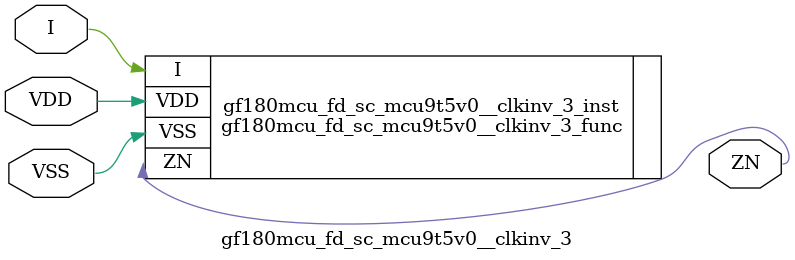
<source format=v>

module gf180mcu_fd_sc_mcu9t5v0__clkinv_3( I, ZN, VDD, VSS );
input I;
inout VDD, VSS;
output ZN;

   `ifdef FUNCTIONAL  //  functional //

	gf180mcu_fd_sc_mcu9t5v0__clkinv_3_func gf180mcu_fd_sc_mcu9t5v0__clkinv_3_behav_inst(.I(I),.ZN(ZN),.VDD(VDD),.VSS(VSS));

   `else

	gf180mcu_fd_sc_mcu9t5v0__clkinv_3_func gf180mcu_fd_sc_mcu9t5v0__clkinv_3_inst(.I(I),.ZN(ZN),.VDD(VDD),.VSS(VSS));

	// spec_gates_begin


	// spec_gates_end



   specify

	// specify_block_begin

	// comb arc I --> ZN
	 (I => ZN) = (1.0,1.0);

	// specify_block_end

   endspecify

   `endif

endmodule

</source>
